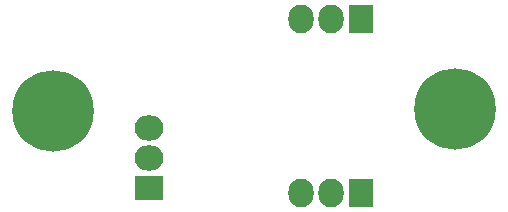
<source format=gbs>
G04 #@! TF.FileFunction,Soldermask,Bot*
%FSLAX46Y46*%
G04 Gerber Fmt 4.6, Leading zero omitted, Abs format (unit mm)*
G04 Created by KiCad (PCBNEW 4.0.1-stable) date Wednesday, June 29, 2016 'PMt' 09:03:30 PM*
%MOMM*%
G01*
G04 APERTURE LIST*
%ADD10C,0.100000*%
%ADD11R,2.127200X2.432000*%
%ADD12O,2.127200X2.432000*%
%ADD13R,2.432000X2.127200*%
%ADD14O,2.432000X2.127200*%
%ADD15C,6.900000*%
G04 APERTURE END LIST*
D10*
D11*
X195690000Y-85670000D03*
D12*
X193150000Y-85670000D03*
X190610000Y-85670000D03*
D11*
X195650000Y-100340000D03*
D12*
X193110000Y-100340000D03*
X190570000Y-100340000D03*
D13*
X177760000Y-99920000D03*
D14*
X177760000Y-97380000D03*
X177760000Y-94840000D03*
D15*
X203640000Y-93280000D03*
X169600000Y-93470000D03*
M02*

</source>
